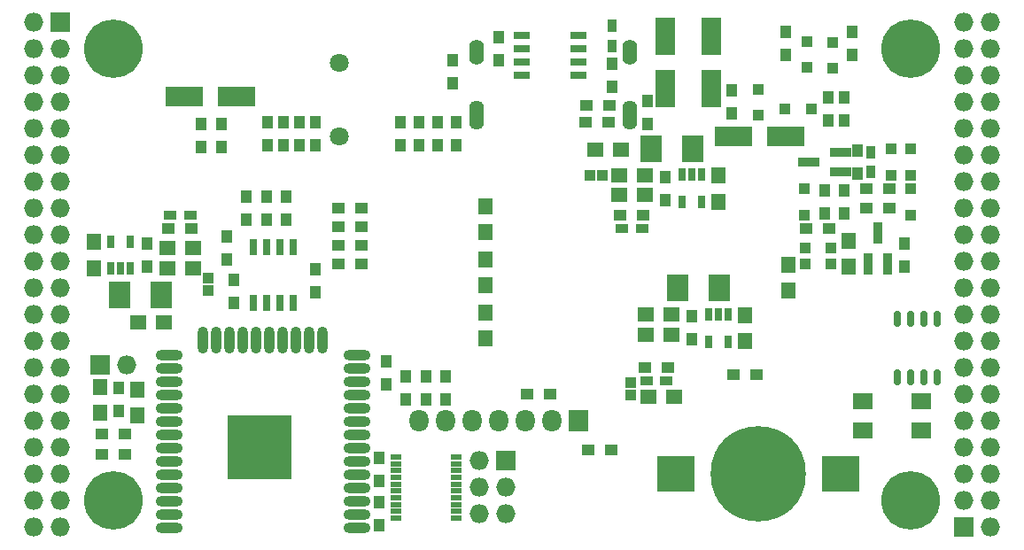
<source format=gbs>
G04 #@! TF.FileFunction,Soldermask,Bot*
%FSLAX46Y46*%
G04 Gerber Fmt 4.6, Leading zero omitted, Abs format (unit mm)*
G04 Created by KiCad (PCBNEW 4.0.7+dfsg1-1) date Fri Nov 10 23:03:41 2017*
%MOMM*%
%LPD*%
G01*
G04 APERTURE LIST*
%ADD10C,0.100000*%
%ADD11R,1.000000X1.300000*%
%ADD12R,1.100000X1.100000*%
%ADD13O,2.600000X1.000000*%
%ADD14O,1.000000X2.600000*%
%ADD15R,6.100000X6.100000*%
%ADD16R,1.900000X3.600000*%
%ADD17R,2.100000X2.600000*%
%ADD18R,0.800000X1.300000*%
%ADD19R,1.350000X1.600000*%
%ADD20R,1.600000X1.350000*%
%ADD21O,0.709600X1.573200*%
%ADD22R,0.900000X2.000000*%
%ADD23R,2.000000X0.900000*%
%ADD24R,1.300000X0.850000*%
%ADD25R,0.850000X1.300000*%
%ADD26R,1.300000X1.000000*%
%ADD27R,0.700000X1.650000*%
%ADD28R,1.650000X0.700000*%
%ADD29R,1.827200X1.827200*%
%ADD30O,1.827200X1.827200*%
%ADD31C,5.600000*%
%ADD32R,1.100000X0.500000*%
%ADD33R,1.827200X2.132000*%
%ADD34O,1.827200X2.132000*%
%ADD35C,1.800000*%
%ADD36O,1.400000X2.800000*%
%ADD37O,1.400000X2.400000*%
%ADD38R,1.900000X1.500000*%
%ADD39R,3.600000X1.900000*%
%ADD40R,3.600000X3.400000*%
%ADD41C,9.100000*%
G04 APERTURE END LIST*
D10*
D11*
X103498000Y-99858000D03*
X103498000Y-97658000D03*
D12*
X152393000Y-97142000D03*
X152393000Y-98342000D03*
D13*
X126260434Y-111030338D03*
X126260434Y-109760338D03*
X126260434Y-108490338D03*
X126260434Y-107220338D03*
X126260434Y-105950338D03*
X126260434Y-104680338D03*
X126260434Y-103410338D03*
X126260434Y-102140338D03*
X126260434Y-100870338D03*
X126260434Y-99600338D03*
X126260434Y-98330338D03*
X126260434Y-97060338D03*
X126260434Y-95790338D03*
X126260434Y-94520338D03*
D14*
X122975434Y-93030338D03*
X121705434Y-93030338D03*
X120435434Y-93030338D03*
X119165434Y-93030338D03*
X117895434Y-93030338D03*
X116625434Y-93030338D03*
X115355434Y-93030338D03*
X114085434Y-93030338D03*
X112815434Y-93030338D03*
X111545434Y-93030338D03*
D13*
X108260434Y-94520338D03*
X108260434Y-95790338D03*
X108260434Y-97060338D03*
X108260434Y-98330338D03*
X108260434Y-99600338D03*
X108260434Y-100870338D03*
X108260434Y-102140338D03*
X108260434Y-103410338D03*
X108260434Y-104680338D03*
X108260434Y-105950338D03*
X108260434Y-107220338D03*
X108260434Y-108490338D03*
X108260434Y-109760338D03*
X108260434Y-111030338D03*
D15*
X116960434Y-103330338D03*
D16*
X155695000Y-69000000D03*
X155695000Y-64000000D03*
D11*
X154044000Y-72426000D03*
X154044000Y-70226000D03*
D17*
X160870000Y-88090000D03*
X156870000Y-88090000D03*
D18*
X159825000Y-90600000D03*
X160775000Y-90600000D03*
X161725000Y-90600000D03*
X161725000Y-93200000D03*
X159825000Y-93200000D03*
D17*
X158330000Y-74755000D03*
X154330000Y-74755000D03*
D18*
X157285000Y-77235000D03*
X158235000Y-77235000D03*
X159185000Y-77235000D03*
X159185000Y-79835000D03*
X157285000Y-79835000D03*
D17*
X103530000Y-88725000D03*
X107530000Y-88725000D03*
D18*
X104575000Y-86215000D03*
X103625000Y-86215000D03*
X102675000Y-86215000D03*
X102675000Y-83615000D03*
X104575000Y-83615000D03*
D19*
X101085000Y-83665000D03*
X101085000Y-86165000D03*
D20*
X153810000Y-90630000D03*
X156310000Y-90630000D03*
X153810000Y-92535000D03*
X156310000Y-92535000D03*
D19*
X163315000Y-93150000D03*
X163315000Y-90650000D03*
D20*
X151270000Y-79200000D03*
X153770000Y-79200000D03*
X151270000Y-77295000D03*
X153770000Y-77295000D03*
D19*
X160775000Y-79815000D03*
X160775000Y-77315000D03*
D20*
X110590000Y-84280000D03*
X108090000Y-84280000D03*
X110590000Y-86185000D03*
X108090000Y-86185000D03*
D21*
X181730000Y-96599000D03*
X180460000Y-96599000D03*
X179190000Y-96599000D03*
X177920000Y-96599000D03*
X177920000Y-91011000D03*
X179190000Y-91011000D03*
X180460000Y-91011000D03*
X181730000Y-91011000D03*
D19*
X173221000Y-86038000D03*
X173221000Y-83538000D03*
D22*
X176965000Y-85780000D03*
X175065000Y-85780000D03*
X176015000Y-82780000D03*
D23*
X172435000Y-75075000D03*
X172435000Y-76975000D03*
X169435000Y-76025000D03*
D24*
X153910000Y-96910000D03*
X155810000Y-96910000D03*
X151570000Y-82375000D03*
X153470000Y-82375000D03*
X110290000Y-81105000D03*
X108390000Y-81105000D03*
D25*
X175380000Y-75075000D03*
X175380000Y-76975000D03*
D26*
X169200000Y-82375000D03*
X171400000Y-82375000D03*
D11*
X172840000Y-80935000D03*
X172840000Y-78735000D03*
D26*
X177115000Y-80470000D03*
X174915000Y-80470000D03*
D11*
X174110000Y-74925000D03*
X174110000Y-77125000D03*
X178555000Y-83815000D03*
X178555000Y-86015000D03*
X113785000Y-83180000D03*
X113785000Y-85380000D03*
X170935000Y-80935000D03*
X170935000Y-78735000D03*
X128390000Y-108580000D03*
X128390000Y-110780000D03*
D26*
X150572000Y-103584000D03*
X148372000Y-103584000D03*
X177115000Y-78565000D03*
X174915000Y-78565000D03*
X153760000Y-95640000D03*
X155960000Y-95640000D03*
X110440000Y-82375000D03*
X108240000Y-82375000D03*
X151420000Y-81105000D03*
X153620000Y-81105000D03*
D11*
X158235000Y-90800000D03*
X158235000Y-93000000D03*
X106165000Y-86015000D03*
X106165000Y-83815000D03*
X155695000Y-77465000D03*
X155695000Y-79665000D03*
D26*
X126696000Y-85804000D03*
X124496000Y-85804000D03*
X126696000Y-84026000D03*
X124496000Y-84026000D03*
X126696000Y-82248000D03*
X124496000Y-82248000D03*
X126696000Y-80470000D03*
X124496000Y-80470000D03*
D11*
X130422000Y-74458000D03*
X130422000Y-72258000D03*
X132200000Y-74458000D03*
X132200000Y-72258000D03*
X133978000Y-74458000D03*
X133978000Y-72258000D03*
X135756000Y-74458000D03*
X135756000Y-72258000D03*
D27*
X116325000Y-84120000D03*
X117595000Y-84120000D03*
X118865000Y-84120000D03*
X120135000Y-84120000D03*
X120135000Y-89520000D03*
X118865000Y-89520000D03*
X117595000Y-89520000D03*
X116325000Y-89520000D03*
D25*
X150589600Y-64910000D03*
X150589600Y-63010000D03*
D28*
X141980000Y-67705000D03*
X141980000Y-66435000D03*
X141980000Y-65165000D03*
X141980000Y-63895000D03*
X147380000Y-63895000D03*
X147380000Y-65165000D03*
X147380000Y-66435000D03*
X147380000Y-67705000D03*
D29*
X97910000Y-62690000D03*
D30*
X95370000Y-62690000D03*
X97910000Y-65230000D03*
X95370000Y-65230000D03*
X97910000Y-67770000D03*
X95370000Y-67770000D03*
X97910000Y-70310000D03*
X95370000Y-70310000D03*
X97910000Y-72850000D03*
X95370000Y-72850000D03*
X97910000Y-75390000D03*
X95370000Y-75390000D03*
X97910000Y-77930000D03*
X95370000Y-77930000D03*
X97910000Y-80470000D03*
X95370000Y-80470000D03*
X97910000Y-83010000D03*
X95370000Y-83010000D03*
X97910000Y-85550000D03*
X95370000Y-85550000D03*
X97910000Y-88090000D03*
X95370000Y-88090000D03*
X97910000Y-90630000D03*
X95370000Y-90630000D03*
X97910000Y-93170000D03*
X95370000Y-93170000D03*
X97910000Y-95710000D03*
X95370000Y-95710000D03*
X97910000Y-98250000D03*
X95370000Y-98250000D03*
X97910000Y-100790000D03*
X95370000Y-100790000D03*
X97910000Y-103330000D03*
X95370000Y-103330000D03*
X97910000Y-105870000D03*
X95370000Y-105870000D03*
X97910000Y-108410000D03*
X95370000Y-108410000D03*
X97910000Y-110950000D03*
X95370000Y-110950000D03*
D29*
X184270000Y-110950000D03*
D30*
X186810000Y-110950000D03*
X184270000Y-108410000D03*
X186810000Y-108410000D03*
X184270000Y-105870000D03*
X186810000Y-105870000D03*
X184270000Y-103330000D03*
X186810000Y-103330000D03*
X184270000Y-100790000D03*
X186810000Y-100790000D03*
X184270000Y-98250000D03*
X186810000Y-98250000D03*
X184270000Y-95710000D03*
X186810000Y-95710000D03*
X184270000Y-93170000D03*
X186810000Y-93170000D03*
X184270000Y-90630000D03*
X186810000Y-90630000D03*
X184270000Y-88090000D03*
X186810000Y-88090000D03*
X184270000Y-85550000D03*
X186810000Y-85550000D03*
X184270000Y-83010000D03*
X186810000Y-83010000D03*
X184270000Y-80470000D03*
X186810000Y-80470000D03*
X184270000Y-77930000D03*
X186810000Y-77930000D03*
X184270000Y-75390000D03*
X186810000Y-75390000D03*
X184270000Y-72850000D03*
X186810000Y-72850000D03*
X184270000Y-70310000D03*
X186810000Y-70310000D03*
X184270000Y-67770000D03*
X186810000Y-67770000D03*
X184270000Y-65230000D03*
X186810000Y-65230000D03*
X184270000Y-62690000D03*
X186810000Y-62690000D03*
D31*
X102990000Y-108410000D03*
X179190000Y-108410000D03*
X179190000Y-65230000D03*
X102990000Y-65230000D03*
D11*
X162045000Y-71410000D03*
X162045000Y-69210000D03*
X139820000Y-66330000D03*
X139820000Y-64130000D03*
X135375000Y-68532000D03*
X135375000Y-66332000D03*
X150615000Y-68870000D03*
X150615000Y-66670000D03*
D26*
X150275000Y-72215000D03*
X148075000Y-72215000D03*
X150380000Y-70600000D03*
X148180000Y-70600000D03*
D32*
X135735000Y-104215000D03*
X135735000Y-104865000D03*
X135735000Y-105515000D03*
X135735000Y-106165000D03*
X135735000Y-106815000D03*
X135735000Y-107465000D03*
X135735000Y-108115000D03*
X135735000Y-108765000D03*
X135735000Y-109415000D03*
X135735000Y-110065000D03*
X129935000Y-110065000D03*
X129935000Y-109415000D03*
X129935000Y-108765000D03*
X129935000Y-108115000D03*
X129935000Y-107465000D03*
X129935000Y-106815000D03*
X129935000Y-106165000D03*
X129935000Y-105515000D03*
X129935000Y-104865000D03*
X129935000Y-104215000D03*
D11*
X119500000Y-79370000D03*
X119500000Y-81570000D03*
X114480000Y-89500000D03*
X114480000Y-87300000D03*
X129025000Y-97275000D03*
X129025000Y-95075000D03*
X117595000Y-79370000D03*
X117595000Y-81570000D03*
X122280000Y-86300000D03*
X122280000Y-88500000D03*
X115690000Y-79370000D03*
X115690000Y-81570000D03*
D26*
X144730000Y-98250000D03*
X142530000Y-98250000D03*
D11*
X132835000Y-98715000D03*
X132835000Y-96515000D03*
X130930000Y-98715000D03*
X130930000Y-96515000D03*
D26*
X101890000Y-103965000D03*
X104090000Y-103965000D03*
D29*
X101720000Y-95456000D03*
D30*
X104260000Y-95456000D03*
D26*
X104090000Y-102060000D03*
X101890000Y-102060000D03*
D19*
X167506000Y-88324000D03*
X167506000Y-85824000D03*
D26*
X164415000Y-96345000D03*
X162215000Y-96345000D03*
D11*
X167252000Y-65822000D03*
X167252000Y-63622000D03*
D29*
X140455000Y-104600000D03*
D30*
X137915000Y-104600000D03*
X140455000Y-107140000D03*
X137915000Y-107140000D03*
X140455000Y-109680000D03*
X137915000Y-109680000D03*
D19*
X138550000Y-90396000D03*
X138550000Y-92896000D03*
X138550000Y-82736000D03*
X138550000Y-80236000D03*
X138550000Y-85316000D03*
X138550000Y-87816000D03*
X101720000Y-97508000D03*
X101720000Y-100008000D03*
D11*
X113277000Y-74585000D03*
X113277000Y-72385000D03*
X111372000Y-74585000D03*
X111372000Y-72385000D03*
X172840000Y-72045000D03*
X172840000Y-69845000D03*
X171316000Y-72045000D03*
X171316000Y-69845000D03*
D33*
X147440000Y-100790000D03*
D34*
X144900000Y-100790000D03*
X142360000Y-100790000D03*
X139820000Y-100790000D03*
X137280000Y-100790000D03*
X134740000Y-100790000D03*
X132200000Y-100790000D03*
D35*
X124580000Y-66540000D03*
X124580000Y-73540000D03*
D36*
X152280000Y-71550000D03*
X137680000Y-71550000D03*
D37*
X137680000Y-65500000D03*
X152280000Y-65500000D03*
D38*
X180212000Y-98882000D03*
X174612000Y-98882000D03*
X174612000Y-101682000D03*
X180212000Y-101682000D03*
D19*
X105276000Y-100262000D03*
X105276000Y-97762000D03*
D39*
X109761000Y-69802000D03*
X114761000Y-69802000D03*
X167212000Y-73612000D03*
X162212000Y-73612000D03*
D16*
X160140000Y-64000000D03*
X160140000Y-69000000D03*
D20*
X154064000Y-98504000D03*
X156564000Y-98504000D03*
X107796000Y-91392000D03*
X105296000Y-91392000D03*
X151484000Y-74882000D03*
X148984000Y-74882000D03*
D11*
X173602000Y-65822000D03*
X173602000Y-63622000D03*
X134740000Y-96515000D03*
X134740000Y-98715000D03*
D40*
X172485000Y-105870000D03*
X156685000Y-105870000D03*
D41*
X164585000Y-105870000D03*
D12*
X169284000Y-66988000D03*
X169284000Y-64488000D03*
X171697000Y-67081000D03*
X171697000Y-64581000D03*
X169050000Y-84280000D03*
X171550000Y-84280000D03*
X179190000Y-81085000D03*
X179190000Y-78585000D03*
X169030000Y-81085000D03*
X169030000Y-78585000D03*
X171550000Y-85804000D03*
X169050000Y-85804000D03*
X179190000Y-77275000D03*
X179190000Y-74775000D03*
X177285000Y-74775000D03*
X177285000Y-77275000D03*
X167145000Y-70945000D03*
X169645000Y-70945000D03*
X164585000Y-69060000D03*
X164585000Y-71560000D03*
X112007000Y-87109000D03*
X112007000Y-88309000D03*
X149691000Y-77295000D03*
X148491000Y-77295000D03*
D11*
X128390000Y-106546000D03*
X128390000Y-104346000D03*
X117722000Y-74458000D03*
X117722000Y-72258000D03*
X119246000Y-74458000D03*
X119246000Y-72258000D03*
X120770000Y-74458000D03*
X120770000Y-72258000D03*
X122294000Y-74458000D03*
X122294000Y-72258000D03*
M02*

</source>
